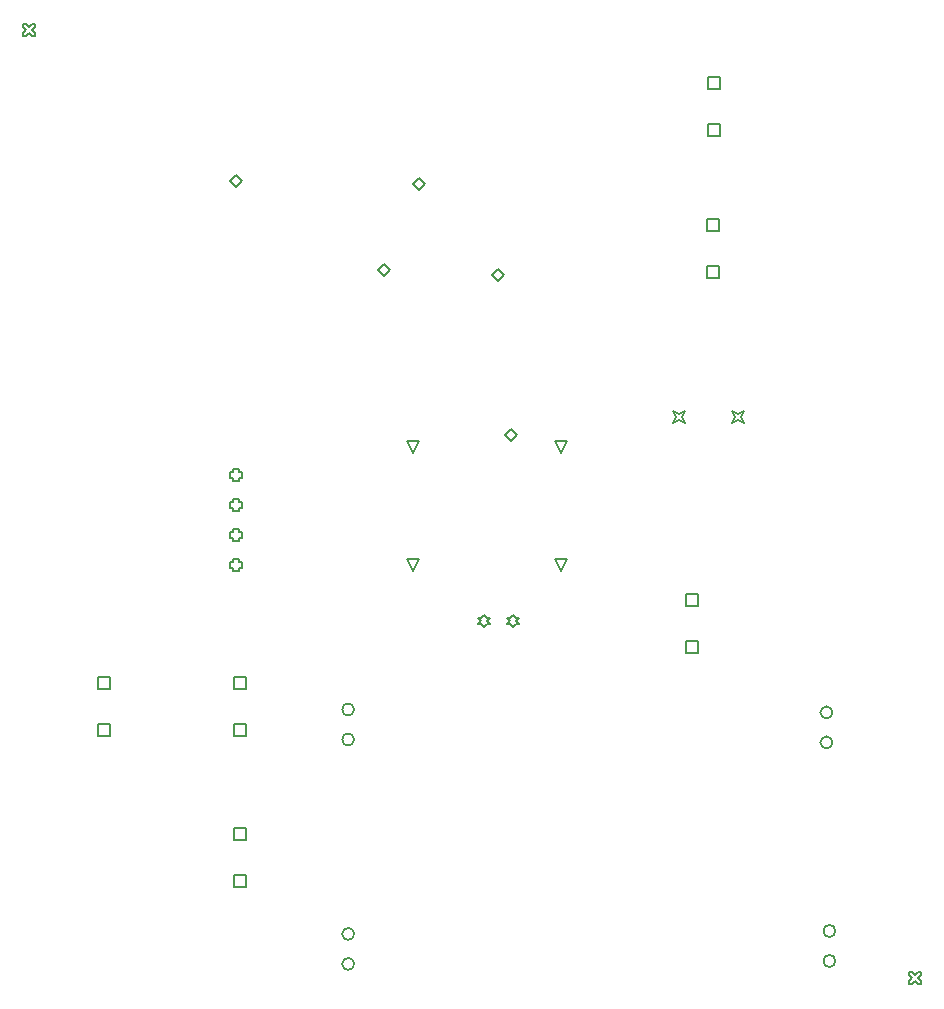
<source format=gbr>
G04*
G04 #@! TF.GenerationSoftware,Altium Limited,Altium Designer,22.4.2 (48)*
G04*
G04 Layer_Color=2752767*
%FSLAX25Y25*%
%MOIN*%
G70*
G04*
G04 #@! TF.SameCoordinates,D1C75A00-648E-4898-854E-167750E82D76*
G04*
G04*
G04 #@! TF.FilePolarity,Positive*
G04*
G01*
G75*
%ADD11C,0.00500*%
%ADD46C,0.00667*%
D11*
X235598Y243374D02*
Y247374D01*
X239598D01*
Y243374D01*
X235598D01*
Y258965D02*
Y262965D01*
X239598D01*
Y258965D01*
X235598D01*
X235992Y290697D02*
Y294697D01*
X239992D01*
Y290697D01*
X235992D01*
Y306287D02*
Y310287D01*
X239992D01*
Y306287D01*
X235992D01*
X228709Y133748D02*
Y137748D01*
X232709D01*
Y133748D01*
X228709D01*
Y118157D02*
Y122157D01*
X232709D01*
Y118157D01*
X228709D01*
X78118Y55992D02*
Y59992D01*
X82118D01*
Y55992D01*
X78118D01*
Y40402D02*
Y44401D01*
X82118D01*
Y40402D01*
X78118D01*
X32842Y106189D02*
Y110189D01*
X36843D01*
Y106189D01*
X32842D01*
Y90598D02*
Y94599D01*
X36843D01*
Y90598D01*
X32842D01*
X78118Y106189D02*
Y110189D01*
X82118D01*
Y106189D01*
X78118D01*
Y90598D02*
Y94599D01*
X82118D01*
Y90598D01*
X78118D01*
X137795Y185008D02*
X135795Y189008D01*
X139795D01*
X137795Y185008D01*
Y145638D02*
X135795Y149638D01*
X139795D01*
X137795Y145638D01*
X187008D02*
X185008Y149638D01*
X189008D01*
X187008Y145638D01*
Y185008D02*
X185008Y189008D01*
X189008D01*
X187008Y185008D01*
X171260Y126937D02*
X172260Y127937D01*
X173260D01*
X172260Y128937D01*
X173260Y129937D01*
X172260D01*
X171260Y130937D01*
X170260Y129937D01*
X169260D01*
X170260Y128937D01*
X169260Y127937D01*
X170260D01*
X171260Y126937D01*
X161417D02*
X162417Y127937D01*
X163417D01*
X162417Y128937D01*
X163417Y129937D01*
X162417D01*
X161417Y130937D01*
X160417Y129937D01*
X159417D01*
X160417Y128937D01*
X159417Y127937D01*
X160417D01*
X161417Y126937D01*
X244063Y194850D02*
X245063Y196850D01*
X244063Y198850D01*
X246063Y197850D01*
X248063Y198850D01*
X247063Y196850D01*
X248063Y194850D01*
X246063Y195850D01*
X244063Y194850D01*
X224378D02*
X225378Y196850D01*
X224378Y198850D01*
X226378Y197850D01*
X228378Y198850D01*
X227378Y196850D01*
X228378Y194850D01*
X226378Y195850D01*
X224378Y194850D01*
X77740Y146480D02*
Y145480D01*
X79740D01*
Y146480D01*
X80740D01*
Y148480D01*
X79740D01*
Y149480D01*
X77740D01*
Y148480D01*
X76740D01*
Y146480D01*
X77740D01*
Y156480D02*
Y155480D01*
X79740D01*
Y156480D01*
X80740D01*
Y158480D01*
X79740D01*
Y159480D01*
X77740D01*
Y158480D01*
X76740D01*
Y156480D01*
X77740D01*
Y166480D02*
Y165480D01*
X79740D01*
Y166480D01*
X80740D01*
Y168480D01*
X79740D01*
Y169480D01*
X77740D01*
Y168480D01*
X76740D01*
Y166480D01*
X77740D01*
Y176480D02*
Y175480D01*
X79740D01*
Y176480D01*
X80740D01*
Y178480D01*
X79740D01*
Y179480D01*
X77740D01*
Y178480D01*
X76740D01*
Y176480D01*
X77740D01*
X7842Y323787D02*
X8843D01*
X9843Y324787D01*
X10842Y323787D01*
X11842D01*
Y324787D01*
X10842Y325787D01*
X11842Y326787D01*
Y327787D01*
X10842D01*
X9843Y326787D01*
X8843Y327787D01*
X7842D01*
Y326787D01*
X8843Y325787D01*
X7842Y324787D01*
Y323787D01*
X303118Y7842D02*
X304118D01*
X305118Y8843D01*
X306118Y7842D01*
X307118D01*
Y8843D01*
X306118Y9843D01*
X307118Y10842D01*
Y11842D01*
X306118D01*
X305118Y10842D01*
X304118Y11842D01*
X303118D01*
Y10842D01*
X304118Y9843D01*
X303118Y8843D01*
Y7842D01*
X168276Y190945D02*
X170276Y192945D01*
X172276Y190945D01*
X170276Y188945D01*
X168276Y190945D01*
X76740Y275590D02*
X78740Y277590D01*
X80740Y275590D01*
X78740Y273590D01*
X76740Y275590D01*
X137764Y274606D02*
X139764Y276606D01*
X141764Y274606D01*
X139764Y272606D01*
X137764Y274606D01*
X125953Y246063D02*
X127953Y248063D01*
X129953Y246063D01*
X127953Y244063D01*
X125953Y246063D01*
X164094Y244175D02*
X166095Y246175D01*
X168095Y244175D01*
X166095Y242175D01*
X164094Y244175D01*
D46*
X277590Y98425D02*
G03*
X277590Y98425I-2000J0D01*
G01*
Y88425D02*
G03*
X277590Y88425I-2000J0D01*
G01*
X278575Y25591D02*
G03*
X278575Y25591I-2000J0D01*
G01*
Y15590D02*
G03*
X278575Y15590I-2000J0D01*
G01*
X118142Y99410D02*
G03*
X118142Y99410I-2000J0D01*
G01*
Y89410D02*
G03*
X118142Y89410I-2000J0D01*
G01*
Y24606D02*
G03*
X118142Y24606I-2000J0D01*
G01*
Y14606D02*
G03*
X118142Y14606I-2000J0D01*
G01*
M02*

</source>
